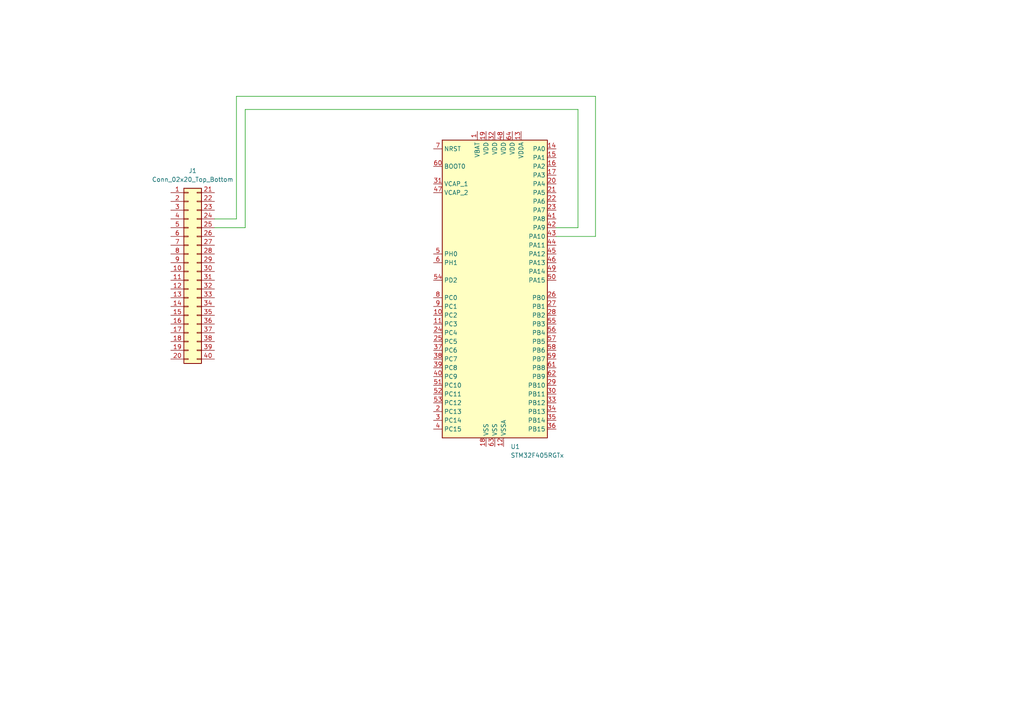
<source format=kicad_sch>
(kicad_sch (version 20211123) (generator eeschema)
  (paper "A4")
  (lib_symbols
    (symbol "Connector_Generic:Conn_02x20_Top_Bottom" (pin_names (offset 1.016) hide)
      (property "Reference" "J" (at 1.27 25.4 0))
      (property "Value" "Conn_02x20_Top_Bottom" (at 1.27 -27.94 0))
      (symbol "Conn_02x20_Top_Bottom_1_1"
        (rectangle (start -1.27 -25.273) (end 0 -25.527) (stroke (width 0.1524)))
        (rectangle (start -1.27 -22.733) (end 0 -22.987) (stroke (width 0.1524)))
        (rectangle (start -1.27 -20.193) (end 0 -20.447) (stroke (width 0.1524)))
        (rectangle (start -1.27 -17.653) (end 0 -17.907) (stroke (width 0.1524)))
        (rectangle (start -1.27 -15.113) (end 0 -15.367) (stroke (width 0.1524)))
        (rectangle (start -1.27 -12.573) (end 0 -12.827) (stroke (width 0.1524)))
        (rectangle (start -1.27 -10.033) (end 0 -10.287) (stroke (width 0.1524)))
        (rectangle (start -1.27 -7.493) (end 0 -7.747) (stroke (width 0.1524)))
        (rectangle (start -1.27 -4.953) (end 0 -5.207) (stroke (width 0.1524)))
        (rectangle (start -1.27 -2.413) (end 0 -2.667) (stroke (width 0.1524)))
        (rectangle (start -1.27 0.127) (end 0 -0.127) (stroke (width 0.1524)))
        (rectangle (start -1.27 2.667) (end 0 2.413) (stroke (width 0.1524)))
        (rectangle (start -1.27 5.207) (end 0 4.953) (stroke (width 0.1524)))
        (rectangle (start -1.27 7.747) (end 0 7.493) (stroke (width 0.1524)))
        (rectangle (start -1.27 10.287) (end 0 10.033) (stroke (width 0.1524)))
        (rectangle (start -1.27 12.827) (end 0 12.573) (stroke (width 0.1524)))
        (rectangle (start -1.27 15.367) (end 0 15.113) (stroke (width 0.1524)))
        (rectangle (start -1.27 17.907) (end 0 17.653) (stroke (width 0.1524)))
        (rectangle (start -1.27 20.447) (end 0 20.193) (stroke (width 0.1524)))
        (rectangle (start -1.27 22.987) (end 0 22.733) (stroke (width 0.1524)))
        (rectangle (start -1.27 24.13) (end 3.81 -26.67) (stroke (width 0.254)) (fill (type background)))
        (rectangle (start 3.81 -25.273) (end 2.54 -25.527) (stroke (width 0.1524)))
        (rectangle (start 3.81 -22.733) (end 2.54 -22.987) (stroke (width 0.1524)))
        (rectangle (start 3.81 -20.193) (end 2.54 -20.447) (stroke (width 0.1524)))
        (rectangle (start 3.81 -17.653) (end 2.54 -17.907) (stroke (width 0.1524)))
        (rectangle (start 3.81 -15.113) (end 2.54 -15.367) (stroke (width 0.1524)))
        (rectangle (start 3.81 -12.573) (end 2.54 -12.827) (stroke (width 0.1524)))
        (rectangle (start 3.81 -10.033) (end 2.54 -10.287) (stroke (width 0.1524)))
        (rectangle (start 3.81 -7.493) (end 2.54 -7.747) (stroke (width 0.1524)))
        (rectangle (start 3.81 -4.953) (end 2.54 -5.207) (stroke (width 0.1524)))
        (rectangle (start 3.81 -2.413) (end 2.54 -2.667) (stroke (width 0.1524)))
        (rectangle (start 3.81 0.127) (end 2.54 -0.127) (stroke (width 0.1524)))
        (rectangle (start 3.81 2.667) (end 2.54 2.413) (stroke (width 0.1524)))
        (rectangle (start 3.81 5.207) (end 2.54 4.953) (stroke (width 0.1524)))
        (rectangle (start 3.81 7.747) (end 2.54 7.493) (stroke (width 0.1524)))
        (rectangle (start 3.81 10.287) (end 2.54 10.033) (stroke (width 0.1524)))
        (rectangle (start 3.81 12.827) (end 2.54 12.573) (stroke (width 0.1524)))
        (rectangle (start 3.81 15.367) (end 2.54 15.113) (stroke (width 0.1524)))
        (rectangle (start 3.81 17.907) (end 2.54 17.653) (stroke (width 0.1524)))
        (rectangle (start 3.81 20.447) (end 2.54 20.193) (stroke (width 0.1524)))
        (rectangle (start 3.81 22.987) (end 2.54 22.733) (stroke (width 0.1524)))
        (pin passive line (at -5.08 22.86 0) (length 3.81) (name "Pin_1") (number "1"))
        (pin passive line (at -5.08 0 0) (length 3.81) (name "Pin_10") (number "10"))
        (pin passive line (at -5.08 -2.54 0) (length 3.81) (name "Pin_11") (number "11"))
        (pin passive line (at -5.08 -5.08 0) (length 3.81) (name "Pin_12") (number "12"))
        (pin passive line (at -5.08 -7.62 0) (length 3.81) (name "Pin_13") (number "13"))
        (pin passive line (at -5.08 -10.16 0) (length 3.81) (name "Pin_14") (number "14"))
        (pin passive line (at -5.08 -12.7 0) (length 3.81) (name "Pin_15") (number "15"))
        (pin passive line (at -5.08 -15.24 0) (length 3.81) (name "Pin_16") (number "16"))
        (pin passive line (at -5.08 -17.78 0) (length 3.81) (name "Pin_17") (number "17"))
        (pin passive line (at -5.08 -20.32 0) (length 3.81) (name "Pin_18") (number "18"))
        (pin passive line (at -5.08 -22.86 0) (length 3.81) (name "Pin_19") (number "19"))
        (pin passive line (at -5.08 20.32 0) (length 3.81) (name "Pin_2") (number "2"))
        (pin passive line (at -5.08 -25.4 0) (length 3.81) (name "Pin_20") (number "20"))
        (pin passive line (at 7.62 22.86 180) (length 3.81) (name "Pin_21") (number "21"))
        (pin passive line (at 7.62 20.32 180) (length 3.81) (name "Pin_22") (number "22"))
        (pin passive line (at 7.62 17.78 180) (length 3.81) (name "Pin_23") (number "23"))
        (pin passive line (at 7.62 15.24 180) (length 3.81) (name "Pin_24") (number "24"))
        (pin passive line (at 7.62 12.7 180) (length 3.81) (name "Pin_25") (number "25"))
        (pin passive line (at 7.62 10.16 180) (length 3.81) (name "Pin_26") (number "26"))
        (pin passive line (at 7.62 7.62 180) (length 3.81) (name "Pin_27") (number "27"))
        (pin passive line (at 7.62 5.08 180) (length 3.81) (name "Pin_28") (number "28"))
        (pin passive line (at 7.62 2.54 180) (length 3.81) (name "Pin_29") (number "29"))
        (pin passive line (at -5.08 17.78 0) (length 3.81) (name "Pin_3") (number "3"))
        (pin passive line (at 7.62 0 180) (length 3.81) (name "Pin_30") (number "30"))
        (pin passive line (at 7.62 -2.54 180) (length 3.81) (name "Pin_31") (number "31"))
        (pin passive line (at 7.62 -5.08 180) (length 3.81) (name "Pin_32") (number "32"))
        (pin passive line (at 7.62 -7.62 180) (length 3.81) (name "Pin_33") (number "33"))
        (pin passive line (at 7.62 -10.16 180) (length 3.81) (name "Pin_34") (number "34"))
        (pin passive line (at 7.62 -12.7 180) (length 3.81) (name "Pin_35") (number "35"))
        (pin passive line (at 7.62 -15.24 180) (length 3.81) (name "Pin_36") (number "36"))
        (pin passive line (at 7.62 -17.78 180) (length 3.81) (name "Pin_37") (number "37"))
        (pin passive line (at 7.62 -20.32 180) (length 3.81) (name "Pin_38") (number "38"))
        (pin passive line (at 7.62 -22.86 180) (length 3.81) (name "Pin_39") (number "39"))
        (pin passive line (at -5.08 15.24 0) (length 3.81) (name "Pin_4") (number "4"))
        (pin passive line (at 7.62 -25.4 180) (length 3.81) (name "Pin_40") (number "40"))
        (pin passive line (at -5.08 12.7 0) (length 3.81) (name "Pin_5") (number "5"))
        (pin passive line (at -5.08 10.16 0) (length 3.81) (name "Pin_6") (number "6"))
        (pin passive line (at -5.08 7.62 0) (length 3.81) (name "Pin_7") (number "7"))
        (pin passive line (at -5.08 5.08 0) (length 3.81) (name "Pin_8") (number "8"))
        (pin passive line (at -5.08 2.54 0) (length 3.81) (name "Pin_9") (number "9"))
      )
    )
    (symbol "MCU_ST_STM32F4:STM32F405RGTx"
      (property "Reference" "U" (at -15.24 44.45 0))
      (property "Value" "STM32F405RGTx" (at 10.16 44.45 0))
      (symbol "STM32F405RGTx_0_1"
        (rectangle (start -15.24 -43.18) (end 15.24 43.18) (stroke (width 0.254)) (fill (type background)))
      )
      (symbol "STM32F405RGTx_1_1"
        (pin power_in line (at -5.08 45.72 270) (length 2.54) (name "VBAT") (number "1"))
        (pin bidirectional line (at -17.78 -7.62 0) (length 2.54) (name "PC2") (number "10"))
        (pin bidirectional line (at -17.78 -10.16 0) (length 2.54) (name "PC3") (number "11"))
        (pin power_in line (at 2.54 -45.72 90) (length 2.54) (name "VSSA") (number "12"))
        (pin power_in line (at 7.62 45.72 270) (length 2.54) (name "VDDA") (number "13"))
        (pin bidirectional line (at 17.78 40.64 180) (length 2.54) (name "PA0") (number "14"))
        (pin bidirectional line (at 17.78 38.1 180) (length 2.54) (name "PA1") (number "15"))
        (pin bidirectional line (at 17.78 35.56 180) (length 2.54) (name "PA2") (number "16"))
        (pin bidirectional line (at 17.78 33.02 180) (length 2.54) (name "PA3") (number "17"))
        (pin power_in line (at -2.54 -45.72 90) (length 2.54) (name "VSS") (number "18"))
        (pin power_in line (at -2.54 45.72 270) (length 2.54) (name "VDD") (number "19"))
        (pin bidirectional line (at -17.78 -35.56 0) (length 2.54) (name "PC13") (number "2"))
        (pin bidirectional line (at 17.78 30.48 180) (length 2.54) (name "PA4") (number "20"))
        (pin bidirectional line (at 17.78 27.94 180) (length 2.54) (name "PA5") (number "21"))
        (pin bidirectional line (at 17.78 25.4 180) (length 2.54) (name "PA6") (number "22"))
        (pin bidirectional line (at 17.78 22.86 180) (length 2.54) (name "PA7") (number "23"))
        (pin bidirectional line (at -17.78 -12.7 0) (length 2.54) (name "PC4") (number "24"))
        (pin bidirectional line (at -17.78 -15.24 0) (length 2.54) (name "PC5") (number "25"))
        (pin bidirectional line (at 17.78 -2.54 180) (length 2.54) (name "PB0") (number "26"))
        (pin bidirectional line (at 17.78 -5.08 180) (length 2.54) (name "PB1") (number "27"))
        (pin bidirectional line (at 17.78 -7.62 180) (length 2.54) (name "PB2") (number "28"))
        (pin bidirectional line (at 17.78 -27.94 180) (length 2.54) (name "PB10") (number "29"))
        (pin bidirectional line (at -17.78 -38.1 0) (length 2.54) (name "PC14") (number "3"))
        (pin bidirectional line (at 17.78 -30.48 180) (length 2.54) (name "PB11") (number "30"))
        (pin power_in line (at -17.78 30.48 0) (length 2.54) (name "VCAP_1") (number "31"))
        (pin power_in line (at 0 45.72 270) (length 2.54) (name "VDD") (number "32"))
        (pin bidirectional line (at 17.78 -33.02 180) (length 2.54) (name "PB12") (number "33"))
        (pin bidirectional line (at 17.78 -35.56 180) (length 2.54) (name "PB13") (number "34"))
        (pin bidirectional line (at 17.78 -38.1 180) (length 2.54) (name "PB14") (number "35"))
        (pin bidirectional line (at 17.78 -40.64 180) (length 2.54) (name "PB15") (number "36"))
        (pin bidirectional line (at -17.78 -17.78 0) (length 2.54) (name "PC6") (number "37"))
        (pin bidirectional line (at -17.78 -20.32 0) (length 2.54) (name "PC7") (number "38"))
        (pin bidirectional line (at -17.78 -22.86 0) (length 2.54) (name "PC8") (number "39"))
        (pin bidirectional line (at -17.78 -40.64 0) (length 2.54) (name "PC15") (number "4"))
        (pin bidirectional line (at -17.78 -25.4 0) (length 2.54) (name "PC9") (number "40"))
        (pin bidirectional line (at 17.78 20.32 180) (length 2.54) (name "PA8") (number "41"))
        (pin bidirectional line (at 17.78 17.78 180) (length 2.54) (name "PA9") (number "42"))
        (pin bidirectional line (at 17.78 15.24 180) (length 2.54) (name "PA10") (number "43"))
        (pin bidirectional line (at 17.78 12.7 180) (length 2.54) (name "PA11") (number "44"))
        (pin bidirectional line (at 17.78 10.16 180) (length 2.54) (name "PA12") (number "45"))
        (pin bidirectional line (at 17.78 7.62 180) (length 2.54) (name "PA13") (number "46"))
        (pin power_in line (at -17.78 27.94 0) (length 2.54) (name "VCAP_2") (number "47"))
        (pin power_in line (at 2.54 45.72 270) (length 2.54) (name "VDD") (number "48"))
        (pin bidirectional line (at 17.78 5.08 180) (length 2.54) (name "PA14") (number "49"))
        (pin input line (at -17.78 10.16 0) (length 2.54) (name "PH0") (number "5"))
        (pin bidirectional line (at 17.78 2.54 180) (length 2.54) (name "PA15") (number "50"))
        (pin bidirectional line (at -17.78 -27.94 0) (length 2.54) (name "PC10") (number "51"))
        (pin bidirectional line (at -17.78 -30.48 0) (length 2.54) (name "PC11") (number "52"))
        (pin bidirectional line (at -17.78 -33.02 0) (length 2.54) (name "PC12") (number "53"))
        (pin bidirectional line (at -17.78 2.54 0) (length 2.54) (name "PD2") (number "54"))
        (pin bidirectional line (at 17.78 -10.16 180) (length 2.54) (name "PB3") (number "55"))
        (pin bidirectional line (at 17.78 -12.7 180) (length 2.54) (name "PB4") (number "56"))
        (pin bidirectional line (at 17.78 -15.24 180) (length 2.54) (name "PB5") (number "57"))
        (pin bidirectional line (at 17.78 -17.78 180) (length 2.54) (name "PB6") (number "58"))
        (pin bidirectional line (at 17.78 -20.32 180) (length 2.54) (name "PB7") (number "59"))
        (pin input line (at -17.78 7.62 0) (length 2.54) (name "PH1") (number "6"))
        (pin input line (at -17.78 35.56 0) (length 2.54) (name "BOOT0") (number "60"))
        (pin bidirectional line (at 17.78 -22.86 180) (length 2.54) (name "PB8") (number "61"))
        (pin bidirectional line (at 17.78 -25.4 180) (length 2.54) (name "PB9") (number "62"))
        (pin power_in line (at 0 -45.72 90) (length 2.54) (name "VSS") (number "63"))
        (pin power_in line (at 5.08 45.72 270) (length 2.54) (name "VDD") (number "64"))
        (pin input line (at -17.78 40.64 0) (length 2.54) (name "NRST") (number "7"))
        (pin bidirectional line (at -17.78 -2.54 0) (length 2.54) (name "PC0") (number "8"))
        (pin bidirectional line (at -17.78 -5.08 0) (length 2.54) (name "PC1") (number "9"))
      )
    )
  )
  (wire (pts (xy 71.12 66.04) (xy 62.23 66.04)))
  (wire (pts (xy 172.72 68.58) (xy 172.72 27.94)))
  (wire (pts (xy 167.64 66.04) (xy 167.64 31.75)))
  (wire (pts (xy 172.72 27.94) (xy 68.58 27.94)))
  (wire (pts (xy 68.58 63.5) (xy 62.23 63.5)))
  (wire (pts (xy 68.58 27.94) (xy 68.58 63.5)))
  (wire (pts (xy 167.64 31.75) (xy 71.12 31.75)))
  (wire (pts (xy 161.29 68.58) (xy 172.72 68.58)))
  (wire (pts (xy 161.29 66.04) (xy 167.64 66.04)))
  (wire (pts (xy 71.12 31.75) (xy 71.12 66.04)))
  (symbol (lib_id "MCU_ST_STM32F4:STM32F405RGTx") (at 143.51 83.82 0) (unit 1)
    (property "Reference" "U1" (at 148.0694 129.54 0) (effects (justify left)))
    (property "Value" "STM32F405RGTx" (at 148.0694 132.08 0) (effects (justify left)))
    (property "Footprint" "Footprints:YAAJ_BluePill_1" (effects hide))
    (property "Datasheet" "http://www.st.com/st-web-ui/static/active/en/resource/technical/document/datasheet/DM00037051.pdf" (effects hide))
  )
  (symbol (lib_id "Connector_Generic:Conn_02x20_Top_Bottom") (at 54.61 78.74 0) (unit 1)
    (property "Reference" "J1" (at 55.88 49.53 0))
    (property "Value" "Conn_02x20_Top_Bottom" (at 55.88 52.07 0))
    (property "Footprint" "Connector_PinHeader_2.54mm:PinHeader_2x20_P2.54mm_Vertical" (effects hide))
  )
)
</source>
